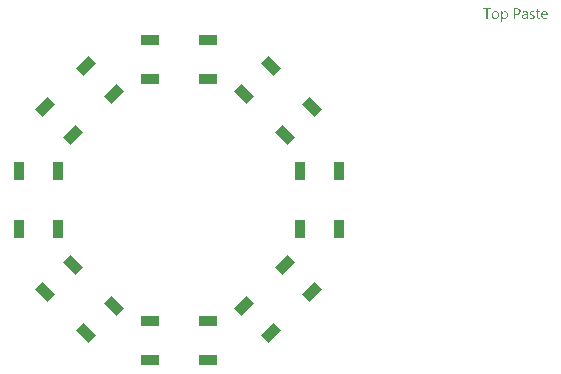
<source format=gtp>
G04*
G04 #@! TF.GenerationSoftware,Altium Limited,Altium Designer,22.4.2 (48)*
G04*
G04 Layer_Color=8421504*
%FSAX44Y44*%
%MOMM*%
G71*
G04*
G04 #@! TF.SameCoordinates,0DF53AF2-F480-4E1A-B95F-C2B51B741BF4*
G04*
G04*
G04 #@! TF.FilePolarity,Positive*
G04*
G01*
G75*
%ADD13R,0.9000X1.5000*%
G04:AMPARAMS|DCode=14|XSize=1.5mm|YSize=0.9mm|CornerRadius=0mm|HoleSize=0mm|Usage=FLASHONLY|Rotation=225.000|XOffset=0mm|YOffset=0mm|HoleType=Round|Shape=Rectangle|*
%AMROTATEDRECTD14*
4,1,4,0.2121,0.8485,0.8485,0.2121,-0.2121,-0.8485,-0.8485,-0.2121,0.2121,0.8485,0.0*
%
%ADD14ROTATEDRECTD14*%

%ADD15R,1.5000X0.9000*%
G04:AMPARAMS|DCode=16|XSize=1.5mm|YSize=0.9mm|CornerRadius=0mm|HoleSize=0mm|Usage=FLASHONLY|Rotation=315.000|XOffset=0mm|YOffset=0mm|HoleType=Round|Shape=Rectangle|*
%AMROTATEDRECTD16*
4,1,4,-0.8485,0.2121,-0.2121,0.8485,0.8485,-0.2121,0.2121,-0.8485,-0.8485,0.2121,0.0*
%
%ADD16ROTATEDRECTD16*%

G36*
X00276295Y00159692D02*
X00276381Y00159684D01*
X00276483Y00159676D01*
X00276601Y00159653D01*
X00276735Y00159629D01*
X00276884Y00159590D01*
X00277033Y00159543D01*
X00277190Y00159488D01*
X00277347Y00159417D01*
X00277512Y00159339D01*
X00277669Y00159237D01*
X00277818Y00159119D01*
X00277967Y00158986D01*
X00278100Y00158836D01*
X00278108Y00158828D01*
X00278132Y00158797D01*
X00278163Y00158750D01*
X00278210Y00158679D01*
X00278257Y00158593D01*
X00278320Y00158491D01*
X00278383Y00158365D01*
X00278446Y00158232D01*
X00278508Y00158075D01*
X00278571Y00157902D01*
X00278634Y00157714D01*
X00278681Y00157510D01*
X00278728Y00157290D01*
X00278759Y00157055D01*
X00278783Y00156804D01*
X00278791Y00156545D01*
X00278791Y00156537D01*
X00278791Y00156529D01*
X00278791Y00156505D01*
X00278791Y00156474D01*
X00278783Y00156388D01*
X00278775Y00156278D01*
X00278767Y00156144D01*
X00278752Y00155987D01*
X00278728Y00155815D01*
X00278697Y00155626D01*
X00278650Y00155430D01*
X00278603Y00155218D01*
X00278540Y00155006D01*
X00278461Y00154794D01*
X00278375Y00154582D01*
X00278273Y00154370D01*
X00278147Y00154174D01*
X00278014Y00153986D01*
X00278006Y00153978D01*
X00277975Y00153947D01*
X00277935Y00153900D01*
X00277873Y00153837D01*
X00277794Y00153766D01*
X00277700Y00153680D01*
X00277582Y00153594D01*
X00277457Y00153507D01*
X00277315Y00153421D01*
X00277151Y00153335D01*
X00276978Y00153248D01*
X00276789Y00153177D01*
X00276586Y00153115D01*
X00276366Y00153068D01*
X00276130Y00153036D01*
X00275887Y00153028D01*
X00275832Y00153028D01*
X00275769Y00153036D01*
X00275683Y00153044D01*
X00275581Y00153060D01*
X00275463Y00153083D01*
X00275330Y00153115D01*
X00275181Y00153162D01*
X00275032Y00153217D01*
X00274874Y00153287D01*
X00274718Y00153374D01*
X00274553Y00153476D01*
X00274396Y00153601D01*
X00274247Y00153743D01*
X00274105Y00153907D01*
X00273972Y00154096D01*
X00273948Y00154096D01*
X00273948Y00150250D01*
X00272928Y00150250D01*
X00272928Y00159551D01*
X00273948Y00159551D01*
X00273948Y00158428D01*
X00273972Y00158428D01*
X00273980Y00158444D01*
X00274011Y00158483D01*
X00274050Y00158546D01*
X00274113Y00158624D01*
X00274192Y00158727D01*
X00274286Y00158828D01*
X00274404Y00158946D01*
X00274529Y00159064D01*
X00274678Y00159182D01*
X00274843Y00159299D01*
X00275024Y00159402D01*
X00275220Y00159503D01*
X00275432Y00159582D01*
X00275667Y00159645D01*
X00275910Y00159684D01*
X00276177Y00159700D01*
X00276232Y00159700D01*
X00276295Y00159692D01*
X00276295Y00159692D02*
G37*
G36*
X00299747Y00159692D02*
X00299817Y00159692D01*
X00299904Y00159684D01*
X00299998Y00159676D01*
X00300100Y00159661D01*
X00300335Y00159629D01*
X00300579Y00159574D01*
X00300838Y00159503D01*
X00301089Y00159409D01*
X00301089Y00158373D01*
X00301081Y00158381D01*
X00301057Y00158397D01*
X00301018Y00158413D01*
X00300963Y00158444D01*
X00300900Y00158483D01*
X00300822Y00158522D01*
X00300728Y00158562D01*
X00300626Y00158609D01*
X00300508Y00158648D01*
X00300390Y00158687D01*
X00300257Y00158727D01*
X00300116Y00158766D01*
X00299959Y00158797D01*
X00299802Y00158813D01*
X00299645Y00158828D01*
X00299472Y00158836D01*
X00299370Y00158836D01*
X00299299Y00158828D01*
X00299221Y00158821D01*
X00299135Y00158805D01*
X00298954Y00158766D01*
X00298946Y00158766D01*
X00298915Y00158758D01*
X00298876Y00158742D01*
X00298821Y00158719D01*
X00298695Y00158664D01*
X00298562Y00158585D01*
X00298554Y00158577D01*
X00298538Y00158562D01*
X00298507Y00158538D01*
X00298467Y00158507D01*
X00298381Y00158420D01*
X00298303Y00158303D01*
X00298303Y00158295D01*
X00298287Y00158271D01*
X00298279Y00158240D01*
X00298263Y00158193D01*
X00298248Y00158146D01*
X00298232Y00158083D01*
X00298224Y00158012D01*
X00298216Y00157942D01*
X00298216Y00157934D01*
X00298216Y00157902D01*
X00298224Y00157855D01*
X00298224Y00157793D01*
X00298240Y00157730D01*
X00298256Y00157659D01*
X00298271Y00157588D01*
X00298303Y00157518D01*
X00298310Y00157510D01*
X00298318Y00157486D01*
X00298342Y00157455D01*
X00298373Y00157416D01*
X00298412Y00157376D01*
X00298452Y00157322D01*
X00298569Y00157219D01*
X00298577Y00157212D01*
X00298601Y00157196D01*
X00298640Y00157172D01*
X00298687Y00157141D01*
X00298750Y00157110D01*
X00298821Y00157070D01*
X00298907Y00157023D01*
X00298993Y00156984D01*
X00299001Y00156976D01*
X00299040Y00156968D01*
X00299087Y00156945D01*
X00299158Y00156921D01*
X00299244Y00156882D01*
X00299339Y00156843D01*
X00299441Y00156804D01*
X00299558Y00156756D01*
X00299566Y00156756D01*
X00299574Y00156749D01*
X00299598Y00156741D01*
X00299629Y00156733D01*
X00299708Y00156701D01*
X00299809Y00156654D01*
X00299927Y00156607D01*
X00300061Y00156552D01*
X00300194Y00156490D01*
X00300320Y00156427D01*
X00300327Y00156427D01*
X00300335Y00156419D01*
X00300375Y00156395D01*
X00300437Y00156364D01*
X00300516Y00156317D01*
X00300610Y00156254D01*
X00300704Y00156191D01*
X00300798Y00156113D01*
X00300893Y00156034D01*
X00300900Y00156027D01*
X00300932Y00155995D01*
X00300971Y00155956D01*
X00301026Y00155893D01*
X00301081Y00155822D01*
X00301144Y00155736D01*
X00301199Y00155642D01*
X00301254Y00155540D01*
X00301262Y00155524D01*
X00301277Y00155493D01*
X00301293Y00155430D01*
X00301316Y00155352D01*
X00301340Y00155257D01*
X00301364Y00155147D01*
X00301371Y00155022D01*
X00301379Y00154881D01*
X00301379Y00154873D01*
X00301379Y00154857D01*
X00301379Y00154834D01*
X00301379Y00154802D01*
X00301371Y00154716D01*
X00301356Y00154598D01*
X00301324Y00154473D01*
X00301293Y00154331D01*
X00301238Y00154190D01*
X00301167Y00154057D01*
X00301159Y00154041D01*
X00301128Y00154002D01*
X00301081Y00153939D01*
X00301018Y00153853D01*
X00300940Y00153766D01*
X00300846Y00153664D01*
X00300736Y00153570D01*
X00300610Y00153476D01*
X00300594Y00153468D01*
X00300547Y00153436D01*
X00300477Y00153397D01*
X00300382Y00153350D01*
X00300265Y00153295D01*
X00300123Y00153240D01*
X00299974Y00153185D01*
X00299809Y00153138D01*
X00299802Y00153138D01*
X00299786Y00153130D01*
X00299762Y00153130D01*
X00299731Y00153123D01*
X00299692Y00153115D01*
X00299645Y00153107D01*
X00299527Y00153083D01*
X00299378Y00153060D01*
X00299221Y00153044D01*
X00299048Y00153036D01*
X00298860Y00153028D01*
X00298766Y00153028D01*
X00298695Y00153036D01*
X00298609Y00153036D01*
X00298514Y00153052D01*
X00298397Y00153060D01*
X00298279Y00153076D01*
X00298146Y00153099D01*
X00298012Y00153123D01*
X00297730Y00153185D01*
X00297439Y00153280D01*
X00297298Y00153342D01*
X00297157Y00153405D01*
X00297157Y00154496D01*
X00297164Y00154488D01*
X00297196Y00154473D01*
X00297243Y00154441D01*
X00297306Y00154402D01*
X00297384Y00154355D01*
X00297471Y00154300D01*
X00297581Y00154245D01*
X00297698Y00154190D01*
X00297832Y00154135D01*
X00297973Y00154080D01*
X00298122Y00154025D01*
X00298279Y00153978D01*
X00298452Y00153939D01*
X00298624Y00153907D01*
X00298805Y00153892D01*
X00298993Y00153884D01*
X00299048Y00153884D01*
X00299119Y00153892D01*
X00299205Y00153900D01*
X00299307Y00153915D01*
X00299417Y00153931D01*
X00299543Y00153962D01*
X00299668Y00153994D01*
X00299786Y00154041D01*
X00299911Y00154104D01*
X00300021Y00154174D01*
X00300123Y00154261D01*
X00300210Y00154363D01*
X00300280Y00154480D01*
X00300320Y00154622D01*
X00300335Y00154700D01*
X00300335Y00154779D01*
X00300335Y00154787D01*
X00300335Y00154826D01*
X00300327Y00154873D01*
X00300320Y00154928D01*
X00300304Y00154998D01*
X00300288Y00155069D01*
X00300257Y00155140D01*
X00300218Y00155210D01*
X00300210Y00155218D01*
X00300194Y00155242D01*
X00300170Y00155273D01*
X00300139Y00155320D01*
X00300092Y00155367D01*
X00300045Y00155422D01*
X00299982Y00155469D01*
X00299911Y00155524D01*
X00299904Y00155532D01*
X00299880Y00155548D01*
X00299833Y00155571D01*
X00299778Y00155611D01*
X00299715Y00155650D01*
X00299637Y00155689D01*
X00299543Y00155728D01*
X00299448Y00155768D01*
X00299433Y00155775D01*
X00299401Y00155783D01*
X00299346Y00155807D01*
X00299276Y00155838D01*
X00299197Y00155877D01*
X00299095Y00155917D01*
X00298993Y00155956D01*
X00298883Y00156003D01*
X00298876Y00156003D01*
X00298868Y00156011D01*
X00298844Y00156019D01*
X00298813Y00156034D01*
X00298734Y00156066D01*
X00298632Y00156105D01*
X00298514Y00156160D01*
X00298389Y00156215D01*
X00298263Y00156278D01*
X00298138Y00156341D01*
X00298122Y00156348D01*
X00298083Y00156372D01*
X00298028Y00156403D01*
X00297949Y00156450D01*
X00297863Y00156513D01*
X00297777Y00156576D01*
X00297682Y00156647D01*
X00297596Y00156725D01*
X00297588Y00156733D01*
X00297565Y00156764D01*
X00297526Y00156804D01*
X00297479Y00156866D01*
X00297423Y00156937D01*
X00297369Y00157023D01*
X00297321Y00157110D01*
X00297274Y00157212D01*
X00297267Y00157227D01*
X00297259Y00157259D01*
X00297243Y00157322D01*
X00297227Y00157392D01*
X00297204Y00157486D01*
X00297188Y00157596D01*
X00297180Y00157722D01*
X00297172Y00157855D01*
X00297172Y00157863D01*
X00297172Y00157879D01*
X00297172Y00157902D01*
X00297172Y00157934D01*
X00297180Y00158012D01*
X00297196Y00158122D01*
X00297219Y00158248D01*
X00297259Y00158381D01*
X00297306Y00158515D01*
X00297376Y00158648D01*
X00297376Y00158656D01*
X00297384Y00158664D01*
X00297416Y00158703D01*
X00297463Y00158766D01*
X00297518Y00158852D01*
X00297596Y00158938D01*
X00297690Y00159033D01*
X00297800Y00159135D01*
X00297918Y00159221D01*
X00297926Y00159221D01*
X00297934Y00159229D01*
X00297981Y00159260D01*
X00298051Y00159299D01*
X00298146Y00159354D01*
X00298263Y00159409D01*
X00298397Y00159472D01*
X00298546Y00159527D01*
X00298703Y00159574D01*
X00298711Y00159574D01*
X00298726Y00159582D01*
X00298750Y00159590D01*
X00298781Y00159598D01*
X00298821Y00159606D01*
X00298868Y00159613D01*
X00298978Y00159637D01*
X00299119Y00159661D01*
X00299268Y00159684D01*
X00299433Y00159692D01*
X00299605Y00159700D01*
X00299684Y00159700D01*
X00299747Y00159692D01*
X00299747Y00159692D02*
G37*
G36*
X00293468Y00159692D02*
X00293523Y00159692D01*
X00293578Y00159684D01*
X00293648Y00159676D01*
X00293727Y00159661D01*
X00293892Y00159629D01*
X00294088Y00159574D01*
X00294284Y00159503D01*
X00294496Y00159402D01*
X00294708Y00159276D01*
X00294810Y00159205D01*
X00294912Y00159119D01*
X00295006Y00159025D01*
X00295100Y00158931D01*
X00295187Y00158821D01*
X00295265Y00158695D01*
X00295344Y00158569D01*
X00295414Y00158428D01*
X00295469Y00158271D01*
X00295524Y00158106D01*
X00295563Y00157934D01*
X00295595Y00157738D01*
X00295611Y00157541D01*
X00295618Y00157322D01*
X00295618Y00153177D01*
X00294598Y00153177D01*
X00294598Y00154166D01*
X00294575Y00154166D01*
X00294567Y00154151D01*
X00294543Y00154119D01*
X00294504Y00154064D01*
X00294449Y00153986D01*
X00294378Y00153900D01*
X00294292Y00153805D01*
X00294198Y00153703D01*
X00294080Y00153601D01*
X00293947Y00153491D01*
X00293805Y00153389D01*
X00293640Y00153295D01*
X00293468Y00153209D01*
X00293272Y00153130D01*
X00293067Y00153076D01*
X00292848Y00153044D01*
X00292612Y00153028D01*
X00292518Y00153028D01*
X00292455Y00153036D01*
X00292377Y00153044D01*
X00292283Y00153052D01*
X00292181Y00153068D01*
X00292071Y00153091D01*
X00291828Y00153154D01*
X00291710Y00153193D01*
X00291584Y00153240D01*
X00291459Y00153295D01*
X00291341Y00153366D01*
X00291231Y00153444D01*
X00291121Y00153531D01*
X00291113Y00153539D01*
X00291098Y00153554D01*
X00291074Y00153586D01*
X00291035Y00153625D01*
X00290996Y00153672D01*
X00290956Y00153735D01*
X00290901Y00153805D01*
X00290854Y00153884D01*
X00290807Y00153978D01*
X00290760Y00154080D01*
X00290713Y00154190D01*
X00290674Y00154308D01*
X00290634Y00154433D01*
X00290611Y00154567D01*
X00290595Y00154716D01*
X00290587Y00154865D01*
X00290587Y00154873D01*
X00290587Y00154888D01*
X00290587Y00154912D01*
X00290595Y00154944D01*
X00290595Y00154983D01*
X00290603Y00155030D01*
X00290619Y00155147D01*
X00290650Y00155289D01*
X00290697Y00155446D01*
X00290760Y00155618D01*
X00290854Y00155799D01*
X00290964Y00155979D01*
X00291098Y00156160D01*
X00291184Y00156246D01*
X00291270Y00156333D01*
X00291372Y00156419D01*
X00291474Y00156497D01*
X00291592Y00156576D01*
X00291718Y00156647D01*
X00291851Y00156709D01*
X00292000Y00156772D01*
X00292157Y00156827D01*
X00292322Y00156874D01*
X00292502Y00156913D01*
X00292691Y00156945D01*
X00294598Y00157212D01*
X00294598Y00157219D01*
X00294598Y00157227D01*
X00294598Y00157251D01*
X00294598Y00157282D01*
X00294590Y00157361D01*
X00294575Y00157463D01*
X00294559Y00157588D01*
X00294527Y00157730D01*
X00294488Y00157871D01*
X00294433Y00158028D01*
X00294363Y00158177D01*
X00294276Y00158326D01*
X00294174Y00158460D01*
X00294049Y00158585D01*
X00293892Y00158687D01*
X00293719Y00158766D01*
X00293625Y00158797D01*
X00293515Y00158821D01*
X00293405Y00158828D01*
X00293287Y00158836D01*
X00293232Y00158836D01*
X00293177Y00158828D01*
X00293091Y00158821D01*
X00292989Y00158813D01*
X00292871Y00158797D01*
X00292738Y00158774D01*
X00292597Y00158742D01*
X00292440Y00158695D01*
X00292275Y00158648D01*
X00292102Y00158585D01*
X00291922Y00158507D01*
X00291741Y00158413D01*
X00291561Y00158310D01*
X00291380Y00158193D01*
X00291207Y00158052D01*
X00291207Y00159095D01*
X00291215Y00159103D01*
X00291247Y00159119D01*
X00291302Y00159150D01*
X00291372Y00159190D01*
X00291466Y00159237D01*
X00291569Y00159284D01*
X00291694Y00159339D01*
X00291835Y00159402D01*
X00291984Y00159456D01*
X00292149Y00159511D01*
X00292330Y00159558D01*
X00292518Y00159606D01*
X00292722Y00159645D01*
X00292926Y00159676D01*
X00293146Y00159692D01*
X00293374Y00159700D01*
X00293429Y00159700D01*
X00293468Y00159692D01*
X00293468Y00159692D02*
G37*
G36*
X00286639Y00162094D02*
X00286742Y00162094D01*
X00286859Y00162078D01*
X00287001Y00162062D01*
X00287150Y00162046D01*
X00287322Y00162015D01*
X00287495Y00161976D01*
X00287675Y00161929D01*
X00287856Y00161874D01*
X00288044Y00161803D01*
X00288225Y00161725D01*
X00288398Y00161630D01*
X00288562Y00161528D01*
X00288719Y00161403D01*
X00288727Y00161395D01*
X00288751Y00161371D01*
X00288790Y00161332D01*
X00288845Y00161277D01*
X00288900Y00161199D01*
X00288971Y00161112D01*
X00289041Y00161010D01*
X00289120Y00160893D01*
X00289190Y00160759D01*
X00289261Y00160618D01*
X00289332Y00160453D01*
X00289387Y00160280D01*
X00289442Y00160084D01*
X00289481Y00159880D01*
X00289504Y00159668D01*
X00289512Y00159433D01*
X00289512Y00159417D01*
X00289512Y00159378D01*
X00289504Y00159307D01*
X00289496Y00159221D01*
X00289489Y00159111D01*
X00289465Y00158986D01*
X00289442Y00158852D01*
X00289402Y00158695D01*
X00289355Y00158538D01*
X00289300Y00158365D01*
X00289230Y00158193D01*
X00289143Y00158020D01*
X00289041Y00157847D01*
X00288923Y00157675D01*
X00288790Y00157510D01*
X00288633Y00157353D01*
X00288625Y00157345D01*
X00288594Y00157322D01*
X00288547Y00157282D01*
X00288476Y00157227D01*
X00288390Y00157165D01*
X00288280Y00157094D01*
X00288154Y00157023D01*
X00288013Y00156953D01*
X00287856Y00156874D01*
X00287675Y00156804D01*
X00287479Y00156733D01*
X00287275Y00156670D01*
X00287048Y00156623D01*
X00286804Y00156576D01*
X00286553Y00156552D01*
X00286278Y00156545D01*
X00285101Y00156545D01*
X00285101Y00153177D01*
X00284057Y00153177D01*
X00284057Y00162101D01*
X00286569Y00162101D01*
X00286639Y00162094D01*
X00286639Y00162094D02*
G37*
G36*
X00264193Y00161152D02*
X00261618Y00161152D01*
X00261618Y00153177D01*
X00260574Y00153177D01*
X00260574Y00161152D01*
X00258000Y00161152D01*
X00258000Y00162101D01*
X00264193Y00162101D01*
X00264193Y00161152D01*
X00264193Y00161152D02*
G37*
G36*
X00304299Y00159551D02*
X00305908Y00159551D01*
X00305908Y00158672D01*
X00304299Y00158672D01*
X00304299Y00155085D01*
X00304299Y00155077D01*
X00304299Y00155053D01*
X00304299Y00155022D01*
X00304299Y00154983D01*
X00304307Y00154928D01*
X00304315Y00154865D01*
X00304330Y00154732D01*
X00304354Y00154575D01*
X00304393Y00154425D01*
X00304448Y00154284D01*
X00304479Y00154221D01*
X00304519Y00154166D01*
X00304527Y00154159D01*
X00304558Y00154127D01*
X00304613Y00154080D01*
X00304691Y00154033D01*
X00304793Y00153978D01*
X00304919Y00153939D01*
X00305068Y00153907D01*
X00305241Y00153892D01*
X00305303Y00153892D01*
X00305374Y00153900D01*
X00305468Y00153915D01*
X00305570Y00153947D01*
X00305688Y00153978D01*
X00305798Y00154033D01*
X00305908Y00154104D01*
X00305908Y00153232D01*
X00305900Y00153232D01*
X00305892Y00153225D01*
X00305869Y00153217D01*
X00305845Y00153201D01*
X00305759Y00153170D01*
X00305657Y00153138D01*
X00305515Y00153107D01*
X00305351Y00153076D01*
X00305162Y00153052D01*
X00304950Y00153044D01*
X00304880Y00153044D01*
X00304793Y00153060D01*
X00304691Y00153076D01*
X00304566Y00153099D01*
X00304424Y00153146D01*
X00304268Y00153201D01*
X00304118Y00153280D01*
X00303961Y00153374D01*
X00303804Y00153499D01*
X00303663Y00153648D01*
X00303600Y00153735D01*
X00303538Y00153829D01*
X00303483Y00153931D01*
X00303435Y00154041D01*
X00303388Y00154159D01*
X00303349Y00154292D01*
X00303318Y00154425D01*
X00303294Y00154575D01*
X00303286Y00154732D01*
X00303279Y00154904D01*
X00303279Y00158672D01*
X00302188Y00158672D01*
X00302188Y00159551D01*
X00303279Y00159551D01*
X00303279Y00161105D01*
X00304299Y00161434D01*
X00304299Y00159551D01*
X00304299Y00159551D02*
G37*
G36*
X00309887Y00159692D02*
X00309973Y00159684D01*
X00310083Y00159676D01*
X00310201Y00159661D01*
X00310334Y00159629D01*
X00310476Y00159598D01*
X00310633Y00159558D01*
X00310790Y00159503D01*
X00310947Y00159433D01*
X00311112Y00159354D01*
X00311268Y00159260D01*
X00311418Y00159150D01*
X00311567Y00159025D01*
X00311700Y00158883D01*
X00311708Y00158876D01*
X00311731Y00158844D01*
X00311763Y00158797D01*
X00311810Y00158734D01*
X00311857Y00158656D01*
X00311920Y00158554D01*
X00311983Y00158436D01*
X00312045Y00158303D01*
X00312108Y00158146D01*
X00312171Y00157981D01*
X00312234Y00157793D01*
X00312281Y00157596D01*
X00312328Y00157376D01*
X00312359Y00157149D01*
X00312383Y00156898D01*
X00312391Y00156639D01*
X00312391Y00156105D01*
X00307886Y00156105D01*
X00307886Y00156089D01*
X00307886Y00156058D01*
X00307894Y00156003D01*
X00307901Y00155932D01*
X00307909Y00155838D01*
X00307925Y00155736D01*
X00307941Y00155626D01*
X00307972Y00155501D01*
X00308043Y00155234D01*
X00308090Y00155100D01*
X00308145Y00154959D01*
X00308207Y00154826D01*
X00308278Y00154692D01*
X00308365Y00154575D01*
X00308459Y00154457D01*
X00308466Y00154449D01*
X00308482Y00154433D01*
X00308514Y00154402D01*
X00308561Y00154370D01*
X00308616Y00154323D01*
X00308686Y00154276D01*
X00308765Y00154221D01*
X00308851Y00154174D01*
X00308953Y00154119D01*
X00309071Y00154064D01*
X00309189Y00154017D01*
X00309330Y00153970D01*
X00309471Y00153939D01*
X00309628Y00153907D01*
X00309793Y00153892D01*
X00309966Y00153884D01*
X00310013Y00153884D01*
X00310068Y00153892D01*
X00310146Y00153892D01*
X00310240Y00153907D01*
X00310350Y00153923D01*
X00310476Y00153947D01*
X00310617Y00153970D01*
X00310766Y00154010D01*
X00310923Y00154057D01*
X00311088Y00154111D01*
X00311253Y00154182D01*
X00311425Y00154261D01*
X00311598Y00154355D01*
X00311771Y00154465D01*
X00311943Y00154590D01*
X00311943Y00153633D01*
X00311936Y00153625D01*
X00311904Y00153609D01*
X00311857Y00153578D01*
X00311794Y00153539D01*
X00311708Y00153491D01*
X00311606Y00153444D01*
X00311488Y00153389D01*
X00311355Y00153335D01*
X00311198Y00153272D01*
X00311033Y00153217D01*
X00310853Y00153170D01*
X00310656Y00153123D01*
X00310444Y00153083D01*
X00310217Y00153052D01*
X00309973Y00153036D01*
X00309722Y00153028D01*
X00309660Y00153028D01*
X00309597Y00153036D01*
X00309503Y00153044D01*
X00309385Y00153052D01*
X00309251Y00153076D01*
X00309110Y00153099D01*
X00308953Y00153138D01*
X00308788Y00153185D01*
X00308616Y00153240D01*
X00308435Y00153311D01*
X00308262Y00153389D01*
X00308082Y00153491D01*
X00307917Y00153609D01*
X00307752Y00153743D01*
X00307603Y00153892D01*
X00307595Y00153900D01*
X00307572Y00153931D01*
X00307533Y00153986D01*
X00307485Y00154057D01*
X00307423Y00154143D01*
X00307360Y00154253D01*
X00307289Y00154378D01*
X00307219Y00154528D01*
X00307148Y00154684D01*
X00307077Y00154873D01*
X00307015Y00155069D01*
X00306952Y00155289D01*
X00306905Y00155524D01*
X00306865Y00155775D01*
X00306842Y00156050D01*
X00306834Y00156333D01*
X00306834Y00156341D01*
X00306834Y00156348D01*
X00306834Y00156372D01*
X00306834Y00156395D01*
X00306842Y00156474D01*
X00306850Y00156584D01*
X00306857Y00156709D01*
X00306881Y00156851D01*
X00306905Y00157015D01*
X00306936Y00157196D01*
X00306983Y00157384D01*
X00307038Y00157581D01*
X00307109Y00157785D01*
X00307187Y00157989D01*
X00307281Y00158185D01*
X00307399Y00158389D01*
X00307525Y00158577D01*
X00307674Y00158758D01*
X00307682Y00158766D01*
X00307713Y00158797D01*
X00307760Y00158844D01*
X00307823Y00158907D01*
X00307909Y00158978D01*
X00308011Y00159056D01*
X00308121Y00159143D01*
X00308255Y00159229D01*
X00308396Y00159315D01*
X00308561Y00159402D01*
X00308733Y00159480D01*
X00308914Y00159551D01*
X00309110Y00159613D01*
X00309322Y00159661D01*
X00309542Y00159692D01*
X00309769Y00159700D01*
X00309824Y00159700D01*
X00309887Y00159692D01*
X00309887Y00159692D02*
G37*
G36*
X00268407Y00159692D02*
X00268509Y00159684D01*
X00268627Y00159676D01*
X00268768Y00159653D01*
X00268917Y00159629D01*
X00269082Y00159590D01*
X00269263Y00159543D01*
X00269443Y00159488D01*
X00269624Y00159417D01*
X00269812Y00159331D01*
X00269993Y00159229D01*
X00270173Y00159111D01*
X00270338Y00158978D01*
X00270495Y00158821D01*
X00270503Y00158813D01*
X00270526Y00158781D01*
X00270566Y00158727D01*
X00270620Y00158656D01*
X00270683Y00158569D01*
X00270746Y00158460D01*
X00270825Y00158334D01*
X00270895Y00158185D01*
X00270974Y00158020D01*
X00271044Y00157840D01*
X00271107Y00157643D01*
X00271170Y00157424D01*
X00271225Y00157188D01*
X00271264Y00156937D01*
X00271288Y00156670D01*
X00271296Y00156388D01*
X00271296Y00156380D01*
X00271296Y00156372D01*
X00271296Y00156348D01*
X00271296Y00156317D01*
X00271288Y00156238D01*
X00271280Y00156136D01*
X00271272Y00156003D01*
X00271248Y00155854D01*
X00271225Y00155689D01*
X00271186Y00155509D01*
X00271138Y00155320D01*
X00271084Y00155116D01*
X00271013Y00154912D01*
X00270935Y00154708D01*
X00270833Y00154504D01*
X00270715Y00154308D01*
X00270581Y00154119D01*
X00270432Y00153939D01*
X00270424Y00153931D01*
X00270393Y00153900D01*
X00270346Y00153853D01*
X00270275Y00153798D01*
X00270189Y00153727D01*
X00270087Y00153648D01*
X00269961Y00153570D01*
X00269820Y00153484D01*
X00269663Y00153397D01*
X00269490Y00153319D01*
X00269302Y00153240D01*
X00269098Y00153170D01*
X00268870Y00153115D01*
X00268635Y00153068D01*
X00268391Y00153036D01*
X00268125Y00153028D01*
X00268062Y00153028D01*
X00267991Y00153036D01*
X00267889Y00153044D01*
X00267771Y00153052D01*
X00267630Y00153076D01*
X00267481Y00153099D01*
X00267316Y00153138D01*
X00267136Y00153185D01*
X00266955Y00153248D01*
X00266767Y00153319D01*
X00266579Y00153405D01*
X00266390Y00153507D01*
X00266202Y00153625D01*
X00266029Y00153758D01*
X00265864Y00153915D01*
X00265856Y00153923D01*
X00265825Y00153954D01*
X00265786Y00154010D01*
X00265731Y00154080D01*
X00265668Y00154166D01*
X00265597Y00154276D01*
X00265527Y00154402D01*
X00265448Y00154551D01*
X00265370Y00154708D01*
X00265291Y00154888D01*
X00265221Y00155085D01*
X00265158Y00155297D01*
X00265103Y00155516D01*
X00265064Y00155760D01*
X00265032Y00156019D01*
X00265025Y00156286D01*
X00265025Y00156293D01*
X00265025Y00156301D01*
X00265025Y00156325D01*
X00265025Y00156356D01*
X00265032Y00156442D01*
X00265040Y00156552D01*
X00265048Y00156686D01*
X00265072Y00156843D01*
X00265095Y00157015D01*
X00265134Y00157204D01*
X00265182Y00157400D01*
X00265236Y00157604D01*
X00265307Y00157816D01*
X00265393Y00158028D01*
X00265495Y00158232D01*
X00265605Y00158428D01*
X00265739Y00158617D01*
X00265896Y00158797D01*
X00265903Y00158805D01*
X00265935Y00158836D01*
X00265990Y00158883D01*
X00266061Y00158938D01*
X00266147Y00159009D01*
X00266257Y00159080D01*
X00266382Y00159166D01*
X00266524Y00159252D01*
X00266681Y00159331D01*
X00266861Y00159417D01*
X00267057Y00159488D01*
X00267269Y00159558D01*
X00267497Y00159613D01*
X00267740Y00159661D01*
X00267999Y00159692D01*
X00268274Y00159700D01*
X00268337Y00159700D01*
X00268407Y00159692D01*
X00268407Y00159692D02*
G37*
%LPC*%
G36*
X00275926Y00158836D02*
X00275840Y00158836D01*
X00275777Y00158828D01*
X00275699Y00158821D01*
X00275612Y00158805D01*
X00275518Y00158781D01*
X00275408Y00158758D01*
X00275298Y00158727D01*
X00275181Y00158687D01*
X00275063Y00158632D01*
X00274945Y00158577D01*
X00274827Y00158507D01*
X00274710Y00158420D01*
X00274592Y00158326D01*
X00274490Y00158216D01*
X00274482Y00158209D01*
X00274466Y00158185D01*
X00274443Y00158153D01*
X00274404Y00158106D01*
X00274364Y00158044D01*
X00274317Y00157973D01*
X00274270Y00157887D01*
X00274223Y00157793D01*
X00274168Y00157683D01*
X00274121Y00157565D01*
X00274074Y00157439D01*
X00274035Y00157298D01*
X00273995Y00157149D01*
X00273972Y00157000D01*
X00273956Y00156835D01*
X00273948Y00156662D01*
X00273948Y00155775D01*
X00273948Y00155768D01*
X00273948Y00155744D01*
X00273948Y00155697D01*
X00273956Y00155642D01*
X00273964Y00155571D01*
X00273972Y00155493D01*
X00273988Y00155407D01*
X00274011Y00155312D01*
X00274074Y00155100D01*
X00274113Y00154991D01*
X00274160Y00154873D01*
X00274223Y00154763D01*
X00274294Y00154645D01*
X00274372Y00154535D01*
X00274459Y00154433D01*
X00274466Y00154425D01*
X00274482Y00154410D01*
X00274513Y00154386D01*
X00274553Y00154347D01*
X00274600Y00154308D01*
X00274663Y00154261D01*
X00274733Y00154213D01*
X00274820Y00154159D01*
X00274906Y00154111D01*
X00275008Y00154057D01*
X00275118Y00154010D01*
X00275228Y00153970D01*
X00275353Y00153931D01*
X00275487Y00153907D01*
X00275628Y00153892D01*
X00275769Y00153884D01*
X00275809Y00153884D01*
X00275856Y00153892D01*
X00275926Y00153892D01*
X00275997Y00153907D01*
X00276091Y00153923D01*
X00276193Y00153947D01*
X00276295Y00153970D01*
X00276413Y00154010D01*
X00276530Y00154057D01*
X00276648Y00154111D01*
X00276774Y00154182D01*
X00276892Y00154261D01*
X00277009Y00154355D01*
X00277119Y00154465D01*
X00277221Y00154590D01*
X00277229Y00154598D01*
X00277245Y00154622D01*
X00277268Y00154661D01*
X00277307Y00154724D01*
X00277347Y00154794D01*
X00277386Y00154881D01*
X00277433Y00154991D01*
X00277488Y00155108D01*
X00277535Y00155242D01*
X00277582Y00155391D01*
X00277621Y00155548D01*
X00277669Y00155728D01*
X00277700Y00155917D01*
X00277724Y00156121D01*
X00277739Y00156341D01*
X00277747Y00156568D01*
X00277747Y00156584D01*
X00277747Y00156615D01*
X00277747Y00156670D01*
X00277739Y00156741D01*
X00277731Y00156835D01*
X00277724Y00156937D01*
X00277708Y00157047D01*
X00277684Y00157172D01*
X00277629Y00157439D01*
X00277590Y00157581D01*
X00277535Y00157714D01*
X00277480Y00157855D01*
X00277417Y00157989D01*
X00277339Y00158114D01*
X00277253Y00158232D01*
X00277245Y00158240D01*
X00277229Y00158256D01*
X00277206Y00158287D01*
X00277166Y00158326D01*
X00277111Y00158373D01*
X00277056Y00158420D01*
X00276986Y00158475D01*
X00276907Y00158538D01*
X00276813Y00158593D01*
X00276719Y00158648D01*
X00276609Y00158695D01*
X00276491Y00158742D01*
X00276358Y00158781D01*
X00276224Y00158813D01*
X00276083Y00158828D01*
X00275926Y00158836D01*
X00275926Y00158836D02*
G37*
G36*
X00294598Y00156395D02*
X00293060Y00156184D01*
X00293052Y00156184D01*
X00293028Y00156176D01*
X00292989Y00156176D01*
X00292942Y00156168D01*
X00292887Y00156152D01*
X00292816Y00156136D01*
X00292659Y00156105D01*
X00292487Y00156058D01*
X00292314Y00155995D01*
X00292141Y00155917D01*
X00292063Y00155877D01*
X00291992Y00155830D01*
X00291977Y00155815D01*
X00291937Y00155783D01*
X00291875Y00155721D01*
X00291812Y00155626D01*
X00291749Y00155501D01*
X00291718Y00155430D01*
X00291686Y00155352D01*
X00291663Y00155265D01*
X00291647Y00155163D01*
X00291639Y00155061D01*
X00291631Y00154944D01*
X00291631Y00154936D01*
X00291631Y00154920D01*
X00291631Y00154896D01*
X00291639Y00154865D01*
X00291647Y00154779D01*
X00291670Y00154669D01*
X00291710Y00154551D01*
X00291772Y00154418D01*
X00291851Y00154292D01*
X00291961Y00154174D01*
X00291969Y00154174D01*
X00291977Y00154159D01*
X00292024Y00154127D01*
X00292094Y00154080D01*
X00292196Y00154033D01*
X00292330Y00153978D01*
X00292479Y00153931D01*
X00292659Y00153900D01*
X00292856Y00153884D01*
X00292926Y00153884D01*
X00292981Y00153892D01*
X00293044Y00153900D01*
X00293123Y00153915D01*
X00293201Y00153931D01*
X00293295Y00153954D01*
X00293491Y00154017D01*
X00293593Y00154057D01*
X00293703Y00154111D01*
X00293805Y00154174D01*
X00293907Y00154245D01*
X00294009Y00154323D01*
X00294104Y00154418D01*
X00294111Y00154425D01*
X00294127Y00154441D01*
X00294151Y00154473D01*
X00294182Y00154512D01*
X00294221Y00154567D01*
X00294261Y00154629D01*
X00294308Y00154700D01*
X00294355Y00154787D01*
X00294394Y00154881D01*
X00294441Y00154983D01*
X00294480Y00155093D01*
X00294520Y00155210D01*
X00294551Y00155336D01*
X00294575Y00155469D01*
X00294590Y00155611D01*
X00294598Y00155760D01*
X00294598Y00156395D01*
X00294598Y00156395D02*
G37*
G36*
X00286326Y00161152D02*
X00285101Y00161152D01*
X00285101Y00157494D01*
X00286294Y00157494D01*
X00286373Y00157502D01*
X00286459Y00157510D01*
X00286561Y00157518D01*
X00286679Y00157534D01*
X00286804Y00157557D01*
X00287071Y00157612D01*
X00287205Y00157659D01*
X00287346Y00157706D01*
X00287479Y00157761D01*
X00287605Y00157824D01*
X00287731Y00157902D01*
X00287840Y00157989D01*
X00287848Y00157997D01*
X00287864Y00158012D01*
X00287895Y00158044D01*
X00287927Y00158083D01*
X00287974Y00158130D01*
X00288021Y00158193D01*
X00288076Y00158263D01*
X00288131Y00158350D01*
X00288178Y00158444D01*
X00288233Y00158546D01*
X00288280Y00158664D01*
X00288327Y00158789D01*
X00288358Y00158923D01*
X00288390Y00159064D01*
X00288405Y00159221D01*
X00288413Y00159386D01*
X00288413Y00159394D01*
X00288413Y00159409D01*
X00288413Y00159433D01*
X00288413Y00159464D01*
X00288398Y00159551D01*
X00288382Y00159661D01*
X00288351Y00159794D01*
X00288303Y00159943D01*
X00288241Y00160108D01*
X00288154Y00160273D01*
X00288044Y00160438D01*
X00287903Y00160594D01*
X00287825Y00160673D01*
X00287738Y00160744D01*
X00287636Y00160814D01*
X00287534Y00160877D01*
X00287416Y00160932D01*
X00287291Y00160987D01*
X00287157Y00161034D01*
X00287016Y00161073D01*
X00286859Y00161105D01*
X00286695Y00161136D01*
X00286514Y00161144D01*
X00286326Y00161152D01*
X00286326Y00161152D02*
G37*
G36*
X00309754Y00158836D02*
X00309683Y00158836D01*
X00309636Y00158828D01*
X00309573Y00158821D01*
X00309495Y00158813D01*
X00309416Y00158797D01*
X00309330Y00158774D01*
X00309134Y00158711D01*
X00309032Y00158672D01*
X00308930Y00158617D01*
X00308827Y00158562D01*
X00308718Y00158491D01*
X00308624Y00158413D01*
X00308521Y00158318D01*
X00308514Y00158310D01*
X00308498Y00158295D01*
X00308474Y00158263D01*
X00308443Y00158224D01*
X00308404Y00158169D01*
X00308357Y00158114D01*
X00308309Y00158036D01*
X00308255Y00157957D01*
X00308200Y00157863D01*
X00308153Y00157761D01*
X00308098Y00157651D01*
X00308050Y00157534D01*
X00308003Y00157400D01*
X00307964Y00157267D01*
X00307925Y00157118D01*
X00307901Y00156968D01*
X00311347Y00156968D01*
X00311347Y00156976D01*
X00311347Y00157008D01*
X00311347Y00157055D01*
X00311339Y00157118D01*
X00311331Y00157188D01*
X00311323Y00157275D01*
X00311308Y00157369D01*
X00311292Y00157471D01*
X00311237Y00157690D01*
X00311159Y00157926D01*
X00311112Y00158036D01*
X00311056Y00158146D01*
X00310994Y00158248D01*
X00310915Y00158342D01*
X00310907Y00158350D01*
X00310900Y00158365D01*
X00310876Y00158389D01*
X00310837Y00158420D01*
X00310798Y00158460D01*
X00310743Y00158499D01*
X00310688Y00158546D01*
X00310617Y00158593D01*
X00310539Y00158632D01*
X00310452Y00158679D01*
X00310350Y00158719D01*
X00310248Y00158758D01*
X00310138Y00158789D01*
X00310021Y00158813D01*
X00309887Y00158828D01*
X00309754Y00158836D01*
X00309754Y00158836D02*
G37*
G36*
X00268195Y00158836D02*
X00268156Y00158836D01*
X00268101Y00158828D01*
X00268030Y00158828D01*
X00267952Y00158813D01*
X00267858Y00158805D01*
X00267748Y00158781D01*
X00267630Y00158750D01*
X00267512Y00158719D01*
X00267387Y00158672D01*
X00267253Y00158617D01*
X00267128Y00158554D01*
X00266994Y00158475D01*
X00266869Y00158389D01*
X00266751Y00158287D01*
X00266641Y00158169D01*
X00266633Y00158161D01*
X00266618Y00158138D01*
X00266586Y00158099D01*
X00266555Y00158044D01*
X00266508Y00157981D01*
X00266461Y00157894D01*
X00266406Y00157800D01*
X00266359Y00157690D01*
X00266304Y00157565D01*
X00266249Y00157424D01*
X00266202Y00157275D01*
X00266155Y00157110D01*
X00266123Y00156929D01*
X00266092Y00156741D01*
X00266076Y00156537D01*
X00266068Y00156325D01*
X00266068Y00156309D01*
X00266068Y00156278D01*
X00266076Y00156215D01*
X00266076Y00156136D01*
X00266084Y00156042D01*
X00266100Y00155932D01*
X00266115Y00155807D01*
X00266139Y00155673D01*
X00266170Y00155532D01*
X00266210Y00155391D01*
X00266257Y00155242D01*
X00266312Y00155093D01*
X00266374Y00154944D01*
X00266453Y00154802D01*
X00266539Y00154661D01*
X00266641Y00154535D01*
X00266649Y00154528D01*
X00266665Y00154504D01*
X00266704Y00154473D01*
X00266751Y00154433D01*
X00266806Y00154386D01*
X00266877Y00154331D01*
X00266963Y00154269D01*
X00267057Y00154213D01*
X00267159Y00154151D01*
X00267277Y00154088D01*
X00267403Y00154033D01*
X00267544Y00153986D01*
X00267693Y00153947D01*
X00267850Y00153915D01*
X00268015Y00153892D01*
X00268195Y00153884D01*
X00268242Y00153884D01*
X00268290Y00153892D01*
X00268360Y00153892D01*
X00268439Y00153907D01*
X00268533Y00153915D01*
X00268643Y00153939D01*
X00268760Y00153962D01*
X00268878Y00153994D01*
X00269004Y00154041D01*
X00269129Y00154088D01*
X00269255Y00154151D01*
X00269380Y00154221D01*
X00269498Y00154308D01*
X00269616Y00154410D01*
X00269718Y00154520D01*
X00269726Y00154528D01*
X00269741Y00154551D01*
X00269765Y00154590D01*
X00269804Y00154637D01*
X00269844Y00154708D01*
X00269891Y00154787D01*
X00269938Y00154881D01*
X00269985Y00154991D01*
X00270032Y00155116D01*
X00270087Y00155250D01*
X00270126Y00155399D01*
X00270165Y00155563D01*
X00270205Y00155736D01*
X00270228Y00155932D01*
X00270244Y00156136D01*
X00270252Y00156348D01*
X00270252Y00156364D01*
X00270252Y00156403D01*
X00270252Y00156466D01*
X00270244Y00156545D01*
X00270236Y00156647D01*
X00270220Y00156756D01*
X00270205Y00156890D01*
X00270189Y00157023D01*
X00270118Y00157322D01*
X00270079Y00157471D01*
X00270024Y00157628D01*
X00269969Y00157777D01*
X00269891Y00157918D01*
X00269812Y00158059D01*
X00269718Y00158185D01*
X00269710Y00158193D01*
X00269694Y00158216D01*
X00269663Y00158248D01*
X00269616Y00158287D01*
X00269561Y00158334D01*
X00269498Y00158389D01*
X00269420Y00158452D01*
X00269326Y00158515D01*
X00269223Y00158569D01*
X00269114Y00158632D01*
X00268988Y00158687D01*
X00268855Y00158734D01*
X00268706Y00158774D01*
X00268549Y00158805D01*
X00268376Y00158828D01*
X00268195Y00158836D01*
X00268195Y00158836D02*
G37*
%LPD*%
D13*
X-00135500Y-00024500D02*
D03*
X-00102500Y-00024500D02*
D03*
X-00102500Y00024500D02*
D03*
X-00135500Y00024500D02*
D03*
X00102500Y-00024500D02*
D03*
X00135500Y-00024500D02*
D03*
X00135500Y00024500D02*
D03*
X00102500Y00024500D02*
D03*
D14*
X-00112991Y00078343D02*
D03*
X-00089657Y00055009D02*
D03*
X-00078343Y00112991D02*
D03*
X-00055009Y00089657D02*
D03*
X00055009Y-00089657D02*
D03*
X00078343Y-00112991D02*
D03*
X00089657Y-00055009D02*
D03*
X00112991Y-00078343D02*
D03*
D15*
X-00024500Y-00135500D02*
D03*
X-00024500Y-00102500D02*
D03*
X00024500Y-00102500D02*
D03*
X00024500Y-00135500D02*
D03*
X00024500Y00102500D02*
D03*
X00024500Y00135500D02*
D03*
X-00024500Y00135500D02*
D03*
X-00024500Y00102500D02*
D03*
D16*
X-00112991Y-00078343D02*
D03*
X-00078343Y-00112991D02*
D03*
X-00055009Y-00089657D02*
D03*
X-00089657Y-00055009D02*
D03*
X00089657Y00055009D02*
D03*
X00112991Y00078343D02*
D03*
X00078343Y00112991D02*
D03*
X00055009Y00089657D02*
D03*
M02*

</source>
